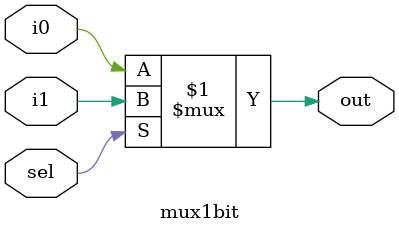
<source format=v>
module mux1bit (
    output out,
    input i0,
    input i1,
    input sel
);

    assign out = sel ? i1 : i0;

endmodule

</source>
